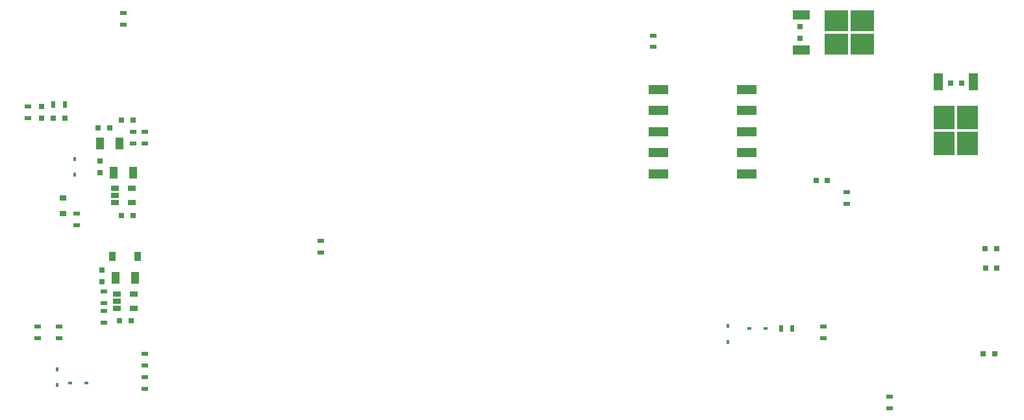
<source format=gbr>
G04 #@! TF.FileFunction,Paste,Top*
%FSLAX46Y46*%
G04 Gerber Fmt 4.6, Leading zero omitted, Abs format (unit mm)*
G04 Created by KiCad (PCBNEW 4.0.7) date 01/08/18 21:53:24*
%MOMM*%
%LPD*%
G01*
G04 APERTURE LIST*
%ADD10C,0.100000*%
%ADD11R,0.900000X0.500000*%
%ADD12R,0.750000X0.800000*%
%ADD13R,0.800000X0.750000*%
%ADD14R,0.450000X0.600000*%
%ADD15R,0.600000X0.450000*%
%ADD16R,0.900000X1.200000*%
%ADD17R,0.900000X0.800000*%
%ADD18R,1.000000X1.500000*%
%ADD19R,0.500000X0.900000*%
%ADD20R,2.200000X1.200000*%
%ADD21R,3.050000X2.750000*%
%ADD22R,1.200000X2.200000*%
%ADD23R,2.750000X3.050000*%
%ADD24R,1.060000X0.650000*%
%ADD25R,2.500000X1.200000*%
G04 APERTURE END LIST*
D10*
D11*
X193040000Y-112776000D03*
X193040000Y-114276000D03*
D12*
X189992000Y-73672000D03*
X189992000Y-75172000D03*
D13*
X211062000Y-81026000D03*
X209562000Y-81026000D03*
X193536000Y-93726000D03*
X192036000Y-93726000D03*
X214122000Y-102616000D03*
X215622000Y-102616000D03*
X214146000Y-105156000D03*
X215646000Y-105156000D03*
X213868000Y-116332000D03*
X215368000Y-116332000D03*
X101231000Y-112014000D03*
X102731000Y-112014000D03*
D12*
X91059000Y-84086000D03*
X91059000Y-85586000D03*
D13*
X92595000Y-85598000D03*
X94095000Y-85598000D03*
D12*
X98933000Y-106922000D03*
X98933000Y-105422000D03*
D13*
X101485000Y-98298000D03*
X102985000Y-98298000D03*
D12*
X98679000Y-92698000D03*
X98679000Y-91198000D03*
D13*
X101485000Y-85852000D03*
X102985000Y-85852000D03*
X99937000Y-86868000D03*
X98437000Y-86868000D03*
D14*
X180594000Y-114808000D03*
X180594000Y-112708000D03*
D15*
X183388000Y-113030000D03*
X185488000Y-113030000D03*
D16*
X103631000Y-103632000D03*
X100331000Y-103632000D03*
D17*
X93853000Y-95978000D03*
X93853000Y-98078000D03*
D14*
X95377000Y-92998000D03*
X95377000Y-90898000D03*
X93091000Y-120430000D03*
X93091000Y-118330000D03*
D15*
X94835000Y-120142000D03*
X96935000Y-120142000D03*
D18*
X100751000Y-106426000D03*
X103251000Y-106426000D03*
X100477000Y-92710000D03*
X102977000Y-92710000D03*
X101199000Y-88900000D03*
X98699000Y-88900000D03*
D11*
X201676000Y-121920000D03*
X201676000Y-123420000D03*
D19*
X188976000Y-113030000D03*
X187476000Y-113030000D03*
D11*
X196088000Y-95274000D03*
X196088000Y-96774000D03*
X127508000Y-101624000D03*
X127508000Y-103124000D03*
X89281000Y-85586000D03*
X89281000Y-84086000D03*
D19*
X94095000Y-83820000D03*
X92595000Y-83820000D03*
D11*
X99187000Y-112256000D03*
X99187000Y-110756000D03*
X99187000Y-109716000D03*
X99187000Y-108216000D03*
X93345000Y-114288000D03*
X93345000Y-112788000D03*
X90551000Y-112788000D03*
X90551000Y-114288000D03*
X95631000Y-98044000D03*
X95631000Y-99544000D03*
X104521000Y-119392000D03*
X104521000Y-120892000D03*
X104521000Y-117844000D03*
X104521000Y-116344000D03*
X102997000Y-88888000D03*
X102997000Y-87388000D03*
X104521000Y-87388000D03*
X104521000Y-88888000D03*
X101727000Y-71894000D03*
X101727000Y-73394000D03*
X170815000Y-76315000D03*
X170815000Y-74815000D03*
D20*
X190110000Y-72142000D03*
X190110000Y-76702000D03*
D21*
X198085000Y-75947000D03*
X194735000Y-72897000D03*
X198085000Y-72897000D03*
X194735000Y-75947000D03*
D22*
X212592000Y-80890000D03*
X208032000Y-80890000D03*
D23*
X208787000Y-88865000D03*
X211837000Y-85515000D03*
X211837000Y-88865000D03*
X208787000Y-85515000D03*
D24*
X100881000Y-108524000D03*
X100881000Y-109474000D03*
X100881000Y-110424000D03*
X103081000Y-110424000D03*
X103081000Y-108524000D03*
X100627000Y-94742000D03*
X100627000Y-95692000D03*
X100627000Y-96642000D03*
X102827000Y-96642000D03*
X102827000Y-94742000D03*
D25*
X171542000Y-90126000D03*
X171542000Y-92876000D03*
X183042000Y-92876000D03*
X183042000Y-90126000D03*
X183042000Y-87376000D03*
X183042000Y-84626000D03*
X183042000Y-81876000D03*
X171542000Y-87376000D03*
X171542000Y-84626000D03*
X171542000Y-81876000D03*
M02*

</source>
